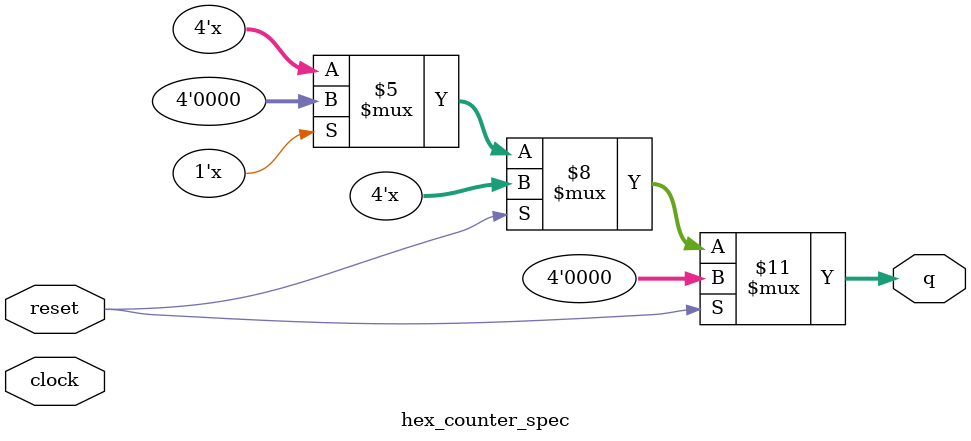
<source format=v>
module hex_counter_spec(input [0:0] clock, input [0:0] reset, output reg [3:0] q);

always @(*) begin
    if (reset)
        q = 4'b0000; // Synchronous reset
    else if (q == 4'b1111)
        q = 4'b0000; // Roll back to zero when q is F
    else
        q = q + 1; // Increment counter
end

endmodule

</source>
